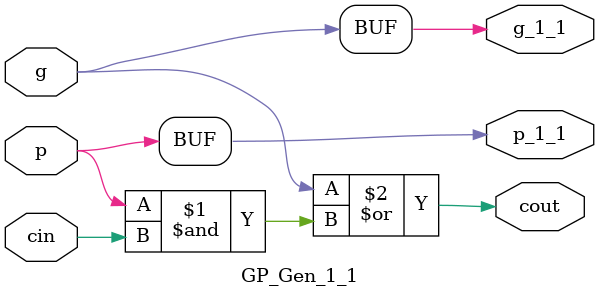
<source format=v>
module GP_Gen_1_1 #(
    parameter width=1
) (
    input wire p,
    input wire g,
    input wire cin,
    output wire cout,
    output wire p_1_1,
    output wire g_1_1
);

    assign p_1_1 = p;
    assign g_1_1 = g;
    assign cout = g_1_1 | (p_1_1 & cin);
endmodule

</source>
